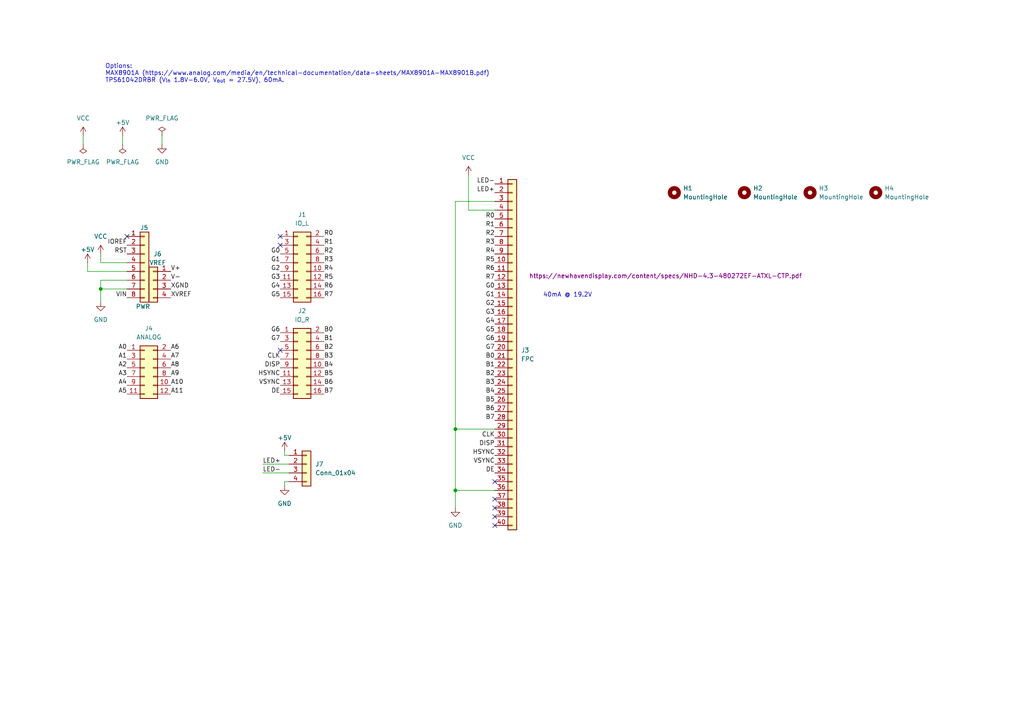
<source format=kicad_sch>
(kicad_sch (version 20230121) (generator eeschema)
  (paper "A4")
  (lib_symbols
    (symbol "Connector_Generic:Conn_01x04" (pin_names (offset 1.016) hide)
      (property "Reference" "J" (at 0 5.08 0))
      (property "Value" "Conn_01x04" (at 0 -7.62 0))
      (symbol "Conn_01x04_1_1"
        (rectangle (start -1.27 -4.953) (end 0 -5.207) (stroke (width 0.1524)))
        (rectangle (start -1.27 -2.413) (end 0 -2.667) (stroke (width 0.1524)))
        (rectangle (start -1.27 0.127) (end 0 -0.127) (stroke (width 0.1524)))
        (rectangle (start -1.27 2.667) (end 0 2.413) (stroke (width 0.1524)))
        (rectangle (start -1.27 3.81) (end 1.27 -6.35) (stroke (width 0.254)) (fill (type background)))
        (pin passive line (at -5.08 2.54 0) (length 3.81) (name "Pin_1") (number "1"))
        (pin passive line (at -5.08 0 0) (length 3.81) (name "Pin_2") (number "2"))
        (pin passive line (at -5.08 -2.54 0) (length 3.81) (name "Pin_3") (number "3"))
        (pin passive line (at -5.08 -5.08 0) (length 3.81) (name "Pin_4") (number "4"))
      )
    )
    (symbol "Connector_Generic:Conn_01x08" (pin_names (offset 1.016) hide)
      (property "Reference" "J" (at 0 10.16 0))
      (property "Value" "Conn_01x08" (at 0 -12.7 0))
      (symbol "Conn_01x08_1_1"
        (rectangle (start -1.27 -10.033) (end 0 -10.287) (stroke (width 0.1524)))
        (rectangle (start -1.27 -7.493) (end 0 -7.747) (stroke (width 0.1524)))
        (rectangle (start -1.27 -4.953) (end 0 -5.207) (stroke (width 0.1524)))
        (rectangle (start -1.27 -2.413) (end 0 -2.667) (stroke (width 0.1524)))
        (rectangle (start -1.27 0.127) (end 0 -0.127) (stroke (width 0.1524)))
        (rectangle (start -1.27 2.667) (end 0 2.413) (stroke (width 0.1524)))
        (rectangle (start -1.27 5.207) (end 0 4.953) (stroke (width 0.1524)))
        (rectangle (start -1.27 7.747) (end 0 7.493) (stroke (width 0.1524)))
        (rectangle (start -1.27 8.89) (end 1.27 -11.43) (stroke (width 0.254)) (fill (type background)))
        (pin passive line (at -5.08 7.62 0) (length 3.81) (name "Pin_1") (number "1"))
        (pin passive line (at -5.08 5.08 0) (length 3.81) (name "Pin_2") (number "2"))
        (pin passive line (at -5.08 2.54 0) (length 3.81) (name "Pin_3") (number "3"))
        (pin passive line (at -5.08 0 0) (length 3.81) (name "Pin_4") (number "4"))
        (pin passive line (at -5.08 -2.54 0) (length 3.81) (name "Pin_5") (number "5"))
        (pin passive line (at -5.08 -5.08 0) (length 3.81) (name "Pin_6") (number "6"))
        (pin passive line (at -5.08 -7.62 0) (length 3.81) (name "Pin_7") (number "7"))
        (pin passive line (at -5.08 -10.16 0) (length 3.81) (name "Pin_8") (number "8"))
      )
    )
    (symbol "Connector_Generic:Conn_01x40" (pin_names (offset 1.016) hide)
      (property "Reference" "J" (at 0 50.8 0))
      (property "Value" "Conn_01x40" (at 0 -53.34 0))
      (symbol "Conn_01x40_1_1"
        (rectangle (start -1.27 -50.673) (end 0 -50.927) (stroke (width 0.1524)))
        (rectangle (start -1.27 -48.133) (end 0 -48.387) (stroke (width 0.1524)))
        (rectangle (start -1.27 -45.593) (end 0 -45.847) (stroke (width 0.1524)))
        (rectangle (start -1.27 -43.053) (end 0 -43.307) (stroke (width 0.1524)))
        (rectangle (start -1.27 -40.513) (end 0 -40.767) (stroke (width 0.1524)))
        (rectangle (start -1.27 -37.973) (end 0 -38.227) (stroke (width 0.1524)))
        (rectangle (start -1.27 -35.433) (end 0 -35.687) (stroke (width 0.1524)))
        (rectangle (start -1.27 -32.893) (end 0 -33.147) (stroke (width 0.1524)))
        (rectangle (start -1.27 -30.353) (end 0 -30.607) (stroke (width 0.1524)))
        (rectangle (start -1.27 -27.813) (end 0 -28.067) (stroke (width 0.1524)))
        (rectangle (start -1.27 -25.273) (end 0 -25.527) (stroke (width 0.1524)))
        (rectangle (start -1.27 -22.733) (end 0 -22.987) (stroke (width 0.1524)))
        (rectangle (start -1.27 -20.193) (end 0 -20.447) (stroke (width 0.1524)))
        (rectangle (start -1.27 -17.653) (end 0 -17.907) (stroke (width 0.1524)))
        (rectangle (start -1.27 -15.113) (end 0 -15.367) (stroke (width 0.1524)))
        (rectangle (start -1.27 -12.573) (end 0 -12.827) (stroke (width 0.1524)))
        (rectangle (start -1.27 -10.033) (end 0 -10.287) (stroke (width 0.1524)))
        (rectangle (start -1.27 -7.493) (end 0 -7.747) (stroke (width 0.1524)))
        (rectangle (start -1.27 -4.953) (end 0 -5.207) (stroke (width 0.1524)))
        (rectangle (start -1.27 -2.413) (end 0 -2.667) (stroke (width 0.1524)))
        (rectangle (start -1.27 0.127) (end 0 -0.127) (stroke (width 0.1524)))
        (rectangle (start -1.27 2.667) (end 0 2.413) (stroke (width 0.1524)))
        (rectangle (start -1.27 5.207) (end 0 4.953) (stroke (width 0.1524)))
        (rectangle (start -1.27 7.747) (end 0 7.493) (stroke (width 0.1524)))
        (rectangle (start -1.27 10.287) (end 0 10.033) (stroke (width 0.1524)))
        (rectangle (start -1.27 12.827) (end 0 12.573) (stroke (width 0.1524)))
        (rectangle (start -1.27 15.367) (end 0 15.113) (stroke (width 0.1524)))
        (rectangle (start -1.27 17.907) (end 0 17.653) (stroke (width 0.1524)))
        (rectangle (start -1.27 20.447) (end 0 20.193) (stroke (width 0.1524)))
        (rectangle (start -1.27 22.987) (end 0 22.733) (stroke (width 0.1524)))
        (rectangle (start -1.27 25.527) (end 0 25.273) (stroke (width 0.1524)))
        (rectangle (start -1.27 28.067) (end 0 27.813) (stroke (width 0.1524)))
        (rectangle (start -1.27 30.607) (end 0 30.353) (stroke (width 0.1524)))
        (rectangle (start -1.27 33.147) (end 0 32.893) (stroke (width 0.1524)))
        (rectangle (start -1.27 35.687) (end 0 35.433) (stroke (width 0.1524)))
        (rectangle (start -1.27 38.227) (end 0 37.973) (stroke (width 0.1524)))
        (rectangle (start -1.27 40.767) (end 0 40.513) (stroke (width 0.1524)))
        (rectangle (start -1.27 43.307) (end 0 43.053) (stroke (width 0.1524)))
        (rectangle (start -1.27 45.847) (end 0 45.593) (stroke (width 0.1524)))
        (rectangle (start -1.27 48.387) (end 0 48.133) (stroke (width 0.1524)))
        (rectangle (start -1.27 49.53) (end 1.27 -52.07) (stroke (width 0.254)) (fill (type background)))
        (pin passive line (at -5.08 48.26 0) (length 3.81) (name "Pin_1") (number "1"))
        (pin passive line (at -5.08 25.4 0) (length 3.81) (name "Pin_10") (number "10"))
        (pin passive line (at -5.08 22.86 0) (length 3.81) (name "Pin_11") (number "11"))
        (pin passive line (at -5.08 20.32 0) (length 3.81) (name "Pin_12") (number "12"))
        (pin passive line (at -5.08 17.78 0) (length 3.81) (name "Pin_13") (number "13"))
        (pin passive line (at -5.08 15.24 0) (length 3.81) (name "Pin_14") (number "14"))
        (pin passive line (at -5.08 12.7 0) (length 3.81) (name "Pin_15") (number "15"))
        (pin passive line (at -5.08 10.16 0) (length 3.81) (name "Pin_16") (number "16"))
        (pin passive line (at -5.08 7.62 0) (length 3.81) (name "Pin_17") (number "17"))
        (pin passive line (at -5.08 5.08 0) (length 3.81) (name "Pin_18") (number "18"))
        (pin passive line (at -5.08 2.54 0) (length 3.81) (name "Pin_19") (number "19"))
        (pin passive line (at -5.08 45.72 0) (length 3.81) (name "Pin_2") (number "2"))
        (pin passive line (at -5.08 0 0) (length 3.81) (name "Pin_20") (number "20"))
        (pin passive line (at -5.08 -2.54 0) (length 3.81) (name "Pin_21") (number "21"))
        (pin passive line (at -5.08 -5.08 0) (length 3.81) (name "Pin_22") (number "22"))
        (pin passive line (at -5.08 -7.62 0) (length 3.81) (name "Pin_23") (number "23"))
        (pin passive line (at -5.08 -10.16 0) (length 3.81) (name "Pin_24") (number "24"))
        (pin passive line (at -5.08 -12.7 0) (length 3.81) (name "Pin_25") (number "25"))
        (pin passive line (at -5.08 -15.24 0) (length 3.81) (name "Pin_26") (number "26"))
        (pin passive line (at -5.08 -17.78 0) (length 3.81) (name "Pin_27") (number "27"))
        (pin passive line (at -5.08 -20.32 0) (length 3.81) (name "Pin_28") (number "28"))
        (pin passive line (at -5.08 -22.86 0) (length 3.81) (name "Pin_29") (number "29"))
        (pin passive line (at -5.08 43.18 0) (length 3.81) (name "Pin_3") (number "3"))
        (pin passive line (at -5.08 -25.4 0) (length 3.81) (name "Pin_30") (number "30"))
        (pin passive line (at -5.08 -27.94 0) (length 3.81) (name "Pin_31") (number "31"))
        (pin passive line (at -5.08 -30.48 0) (length 3.81) (name "Pin_32") (number "32"))
        (pin passive line (at -5.08 -33.02 0) (length 3.81) (name "Pin_33") (number "33"))
        (pin passive line (at -5.08 -35.56 0) (length 3.81) (name "Pin_34") (number "34"))
        (pin passive line (at -5.08 -38.1 0) (length 3.81) (name "Pin_35") (number "35"))
        (pin passive line (at -5.08 -40.64 0) (length 3.81) (name "Pin_36") (number "36"))
        (pin passive line (at -5.08 -43.18 0) (length 3.81) (name "Pin_37") (number "37"))
        (pin passive line (at -5.08 -45.72 0) (length 3.81) (name "Pin_38") (number "38"))
        (pin passive line (at -5.08 -48.26 0) (length 3.81) (name "Pin_39") (number "39"))
        (pin passive line (at -5.08 40.64 0) (length 3.81) (name "Pin_4") (number "4"))
        (pin passive line (at -5.08 -50.8 0) (length 3.81) (name "Pin_40") (number "40"))
        (pin passive line (at -5.08 38.1 0) (length 3.81) (name "Pin_5") (number "5"))
        (pin passive line (at -5.08 35.56 0) (length 3.81) (name "Pin_6") (number "6"))
        (pin passive line (at -5.08 33.02 0) (length 3.81) (name "Pin_7") (number "7"))
        (pin passive line (at -5.08 30.48 0) (length 3.81) (name "Pin_8") (number "8"))
        (pin passive line (at -5.08 27.94 0) (length 3.81) (name "Pin_9") (number "9"))
      )
    )
    (symbol "Connector_Generic:Conn_02x06_Odd_Even" (pin_names (offset 1.016) hide)
      (property "Reference" "J" (at 1.27 7.62 0))
      (property "Value" "Conn_02x06_Odd_Even" (at 1.27 -10.16 0))
      (symbol "Conn_02x06_Odd_Even_1_1"
        (rectangle (start -1.27 -7.493) (end 0 -7.747) (stroke (width 0.1524)))
        (rectangle (start -1.27 -4.953) (end 0 -5.207) (stroke (width 0.1524)))
        (rectangle (start -1.27 -2.413) (end 0 -2.667) (stroke (width 0.1524)))
        (rectangle (start -1.27 0.127) (end 0 -0.127) (stroke (width 0.1524)))
        (rectangle (start -1.27 2.667) (end 0 2.413) (stroke (width 0.1524)))
        (rectangle (start -1.27 5.207) (end 0 4.953) (stroke (width 0.1524)))
        (rectangle (start -1.27 6.35) (end 3.81 -8.89) (stroke (width 0.254)) (fill (type background)))
        (rectangle (start 3.81 -7.493) (end 2.54 -7.747) (stroke (width 0.1524)))
        (rectangle (start 3.81 -4.953) (end 2.54 -5.207) (stroke (width 0.1524)))
        (rectangle (start 3.81 -2.413) (end 2.54 -2.667) (stroke (width 0.1524)))
        (rectangle (start 3.81 0.127) (end 2.54 -0.127) (stroke (width 0.1524)))
        (rectangle (start 3.81 2.667) (end 2.54 2.413) (stroke (width 0.1524)))
        (rectangle (start 3.81 5.207) (end 2.54 4.953) (stroke (width 0.1524)))
        (pin passive line (at -5.08 5.08 0) (length 3.81) (name "Pin_1") (number "1"))
        (pin passive line (at 7.62 -5.08 180) (length 3.81) (name "Pin_10") (number "10"))
        (pin passive line (at -5.08 -7.62 0) (length 3.81) (name "Pin_11") (number "11"))
        (pin passive line (at 7.62 -7.62 180) (length 3.81) (name "Pin_12") (number "12"))
        (pin passive line (at 7.62 5.08 180) (length 3.81) (name "Pin_2") (number "2"))
        (pin passive line (at -5.08 2.54 0) (length 3.81) (name "Pin_3") (number "3"))
        (pin passive line (at 7.62 2.54 180) (length 3.81) (name "Pin_4") (number "4"))
        (pin passive line (at -5.08 0 0) (length 3.81) (name "Pin_5") (number "5"))
        (pin passive line (at 7.62 0 180) (length 3.81) (name "Pin_6") (number "6"))
        (pin passive line (at -5.08 -2.54 0) (length 3.81) (name "Pin_7") (number "7"))
        (pin passive line (at 7.62 -2.54 180) (length 3.81) (name "Pin_8") (number "8"))
        (pin passive line (at -5.08 -5.08 0) (length 3.81) (name "Pin_9") (number "9"))
      )
    )
    (symbol "Connector_Generic:Conn_02x08_Odd_Even" (pin_names (offset 1.016) hide)
      (property "Reference" "J" (at 1.27 10.16 0))
      (property "Value" "Conn_02x08_Odd_Even" (at 1.27 -12.7 0))
      (symbol "Conn_02x08_Odd_Even_1_1"
        (rectangle (start -1.27 -10.033) (end 0 -10.287) (stroke (width 0.1524)))
        (rectangle (start -1.27 -7.493) (end 0 -7.747) (stroke (width 0.1524)))
        (rectangle (start -1.27 -4.953) (end 0 -5.207) (stroke (width 0.1524)))
        (rectangle (start -1.27 -2.413) (end 0 -2.667) (stroke (width 0.1524)))
        (rectangle (start -1.27 0.127) (end 0 -0.127) (stroke (width 0.1524)))
        (rectangle (start -1.27 2.667) (end 0 2.413) (stroke (width 0.1524)))
        (rectangle (start -1.27 5.207) (end 0 4.953) (stroke (width 0.1524)))
        (rectangle (start -1.27 7.747) (end 0 7.493) (stroke (width 0.1524)))
        (rectangle (start -1.27 8.89) (end 3.81 -11.43) (stroke (width 0.254)) (fill (type background)))
        (rectangle (start 3.81 -10.033) (end 2.54 -10.287) (stroke (width 0.1524)))
        (rectangle (start 3.81 -7.493) (end 2.54 -7.747) (stroke (width 0.1524)))
        (rectangle (start 3.81 -4.953) (end 2.54 -5.207) (stroke (width 0.1524)))
        (rectangle (start 3.81 -2.413) (end 2.54 -2.667) (stroke (width 0.1524)))
        (rectangle (start 3.81 0.127) (end 2.54 -0.127) (stroke (width 0.1524)))
        (rectangle (start 3.81 2.667) (end 2.54 2.413) (stroke (width 0.1524)))
        (rectangle (start 3.81 5.207) (end 2.54 4.953) (stroke (width 0.1524)))
        (rectangle (start 3.81 7.747) (end 2.54 7.493) (stroke (width 0.1524)))
        (pin passive line (at -5.08 7.62 0) (length 3.81) (name "Pin_1") (number "1"))
        (pin passive line (at 7.62 -2.54 180) (length 3.81) (name "Pin_10") (number "10"))
        (pin passive line (at -5.08 -5.08 0) (length 3.81) (name "Pin_11") (number "11"))
        (pin passive line (at 7.62 -5.08 180) (length 3.81) (name "Pin_12") (number "12"))
        (pin passive line (at -5.08 -7.62 0) (length 3.81) (name "Pin_13") (number "13"))
        (pin passive line (at 7.62 -7.62 180) (length 3.81) (name "Pin_14") (number "14"))
        (pin passive line (at -5.08 -10.16 0) (length 3.81) (name "Pin_15") (number "15"))
        (pin passive line (at 7.62 -10.16 180) (length 3.81) (name "Pin_16") (number "16"))
        (pin passive line (at 7.62 7.62 180) (length 3.81) (name "Pin_2") (number "2"))
        (pin passive line (at -5.08 5.08 0) (length 3.81) (name "Pin_3") (number "3"))
        (pin passive line (at 7.62 5.08 180) (length 3.81) (name "Pin_4") (number "4"))
        (pin passive line (at -5.08 2.54 0) (length 3.81) (name "Pin_5") (number "5"))
        (pin passive line (at 7.62 2.54 180) (length 3.81) (name "Pin_6") (number "6"))
        (pin passive line (at -5.08 0 0) (length 3.81) (name "Pin_7") (number "7"))
        (pin passive line (at 7.62 0 180) (length 3.81) (name "Pin_8") (number "8"))
        (pin passive line (at -5.08 -2.54 0) (length 3.81) (name "Pin_9") (number "9"))
      )
    )
    (symbol "Mechanical:MountingHole" (pin_names (offset 1.016))
      (property "Reference" "H" (at 0 5.08 0))
      (property "Value" "MountingHole" (at 0 3.175 0))
      (symbol "MountingHole_0_1"
        (circle (center 0 0) (radius 1.27) (stroke (width 1.27)))
      )
    )
    (symbol "power:+5V" (power) (pin_names (offset 0))
      (property "Value" "+5V" (at 0 3.556 0))
      (symbol "+5V_0_1"
        (polyline (pts (xy -0.762 1.27) (xy 0 2.54)))
        (polyline (pts (xy 0 0) (xy 0 2.54)))
        (polyline (pts (xy 0 2.54) (xy 0.762 1.27)))
      )
      (symbol "+5V_1_1"
        (pin power_in line (at 0 0 90) (length 0) hide (name "+5V") (number "1"))
      )
    )
    (symbol "power:GND" (power) (pin_names (offset 0))
      (property "Value" "GND" (at 0 -3.81 0))
      (symbol "GND_0_1"
        (polyline (pts (xy 0 0) (xy 0 -1.27) (xy 1.27 -1.27) (xy 0 -2.54) (xy -1.27 -1.27) (xy 0 -1.27)))
      )
      (symbol "GND_1_1"
        (pin power_in line (at 0 0 270) (length 0) hide (name "GND") (number "1"))
      )
    )
    (symbol "power:PWR_FLAG" (power) (pin_numbers hide) (pin_names (offset 0) hide)
      (property "Value" "PWR_FLAG" (at 0 3.81 0))
      (symbol "PWR_FLAG_0_0"
        (pin power_out line (at 0 0 90) (length 0) (name "pwr") (number "1"))
      )
      (symbol "PWR_FLAG_0_1"
        (polyline (pts (xy 0 0) (xy 0 1.27) (xy -1.016 1.905) (xy 0 2.54) (xy 1.016 1.905) (xy 0 1.27)))
      )
    )
    (symbol "power:VCC" (power) (pin_names (offset 0))
      (property "Value" "VCC" (at 0 3.81 0))
      (symbol "VCC_0_1"
        (polyline (pts (xy -0.762 1.27) (xy 0 2.54)))
        (polyline (pts (xy 0 0) (xy 0 2.54)))
        (polyline (pts (xy 0 2.54) (xy 0.762 1.27)))
      )
      (symbol "VCC_1_1"
        (pin power_in line (at 0 0 90) (length 0) hide (name "VCC") (number "1"))
      )
    )
  )
  (junction (at 132.08 142.24))
  (junction (at 132.08 124.46))
  (junction (at 29.21 83.82))
  (no_connect (at 81.28 68.58))
  (no_connect (at 143.51 147.32))
  (no_connect (at 143.51 139.7))
  (no_connect (at 143.51 149.86))
  (no_connect (at 143.51 144.78))
  (no_connect (at 81.28 71.12))
  (no_connect (at 143.51 152.4))
  (no_connect (at 36.83 68.58))
  (no_connect (at 81.28 101.6))
  (wire (pts (xy 46.99 39.37) (xy 46.99 41.91)))
  (wire (pts (xy 36.83 81.28) (xy 29.21 81.28)))
  (wire (pts (xy 132.08 142.24) (xy 143.51 142.24)))
  (wire (pts (xy 35.56 39.37) (xy 35.56 41.91)))
  (wire (pts (xy 82.55 140.97) (xy 82.55 139.7)))
  (wire (pts (xy 29.21 83.82) (xy 36.83 83.82)))
  (wire (pts (xy 132.08 142.24) (xy 132.08 147.32)))
  (wire (pts (xy 83.82 132.08) (xy 82.55 132.08)))
  (wire (pts (xy 36.83 76.2) (xy 29.21 76.2)))
  (wire (pts (xy 25.4 76.2) (xy 25.4 78.74)))
  (wire (pts (xy 36.83 78.74) (xy 25.4 78.74)))
  (wire (pts (xy 29.21 81.28) (xy 29.21 83.82)))
  (wire (pts (xy 132.08 58.42) (xy 132.08 124.46)))
  (wire (pts (xy 132.08 58.42) (xy 143.51 58.42)))
  (wire (pts (xy 76.2 137.16) (xy 83.82 137.16)))
  (wire (pts (xy 135.89 50.8) (xy 135.89 60.96)))
  (wire (pts (xy 29.21 83.82) (xy 29.21 87.63)))
  (wire (pts (xy 24.13 39.37) (xy 24.13 41.91)))
  (wire (pts (xy 29.21 73.66) (xy 29.21 76.2)))
  (wire (pts (xy 82.55 139.7) (xy 83.82 139.7)))
  (wire (pts (xy 132.08 124.46) (xy 132.08 142.24)))
  (wire (pts (xy 132.08 124.46) (xy 143.51 124.46)))
  (wire (pts (xy 143.51 60.96) (xy 135.89 60.96)))
  (wire (pts (xy 76.2 134.62) (xy 83.82 134.62)))
  (wire (pts (xy 82.55 130.81) (xy 82.55 132.08)))
  (text "Options:\nMAX8901A (https://www.analog.com/media/en/technical-documentation/data-sheets/MAX8901A-MAX8901B.pdf)\nTPS61042DRBR (V_{in} 1.8V-6.0V, V_{out} = 27.5V), 60mA." (at 30.48 24.13 0) (effects (font (size 1.27 1.27)) (justify left bottom)))
  (text "40mA @ 19.2V\n" (at 157.48 86.36 0) (effects (font (size 1.27 1.27)) (justify left bottom)))
  (label "HSYNC" (at 143.51 132.08 180))
  (label "A5" (at 36.83 114.3 180))
  (label "G4" (at 81.28 83.82 180))
  (label "G3" (at 143.51 91.44 180))
  (label "R7" (at 143.51 81.28 180))
  (label "RST" (at 36.83 73.66 180))
  (label "A9" (at 49.53 109.22 0))
  (label "G0" (at 81.28 73.66 180))
  (label "B6" (at 93.98 111.76 0))
  (label "R6" (at 93.98 83.82 0))
  (label "B3" (at 93.98 104.14 0))
  (label "G7" (at 143.51 101.6 180))
  (label "G3" (at 81.28 81.28 180))
  (label "A4" (at 36.83 111.76 180))
  (label "LED+" (at 76.2 134.62 0))
  (label "XVREF" (at 49.53 86.36 0))
  (label "B0" (at 143.51 104.14 180))
  (label "LED-" (at 143.51 53.34 180))
  (label "XGND" (at 49.53 83.82 0))
  (label "G1" (at 81.28 76.2 180))
  (label "B7" (at 143.51 121.92 180))
  (label "A2" (at 36.83 106.68 180))
  (label "R3" (at 143.51 71.12 180))
  (label "A8" (at 49.53 106.68 0))
  (label "G2" (at 143.51 88.9 180))
  (label "LED-" (at 76.2 137.16 0))
  (label "B1" (at 93.98 99.06 0))
  (label "B3" (at 143.51 111.76 180))
  (label "V-" (at 49.53 81.28 0))
  (label "DISP" (at 143.51 129.54 180))
  (label "CLK" (at 81.28 104.14 180))
  (label "R1" (at 93.98 71.12 0))
  (label "R4" (at 93.98 78.74 0))
  (label "CLK" (at 143.51 127 180))
  (label "A6" (at 49.53 101.6 0))
  (label "R4" (at 143.51 73.66 180))
  (label "R2" (at 143.51 68.58 180))
  (label "V+" (at 49.53 78.74 0))
  (label "HSYNC" (at 81.28 109.22 180))
  (label "G1" (at 143.51 86.36 180))
  (label "DE" (at 143.51 137.16 180))
  (label "B1" (at 143.51 106.68 180))
  (label "R0" (at 143.51 63.5 180))
  (label "G0" (at 143.51 83.82 180))
  (label "A10" (at 49.53 111.76 0))
  (label "G4" (at 143.51 93.98 180))
  (label "A11" (at 49.53 114.3 0))
  (label "G6" (at 143.51 99.06 180))
  (label "R3" (at 93.98 76.2 0))
  (label "VSYNC" (at 143.51 134.62 180))
  (label "G7" (at 81.28 99.06 180))
  (label "DE" (at 81.28 114.3 180))
  (label "IOREF" (at 36.83 71.12 180))
  (label "R2" (at 93.98 73.66 0))
  (label "DISP" (at 81.28 106.68 180))
  (label "B0" (at 93.98 96.52 0))
  (label "B5" (at 143.51 116.84 180))
  (label "R0" (at 93.98 68.58 0))
  (label "B6" (at 143.51 119.38 180))
  (label "G5" (at 143.51 96.52 180))
  (label "B4" (at 93.98 106.68 0))
  (label "B4" (at 143.51 114.3 180))
  (label "LED+" (at 143.51 55.88 180))
  (label "B2" (at 93.98 101.6 0))
  (label "B5" (at 93.98 109.22 0))
  (label "R7" (at 93.98 86.36 0))
  (label "R5" (at 93.98 81.28 0))
  (label "VSYNC" (at 81.28 111.76 180))
  (label "B7" (at 93.98 114.3 0))
  (label "R1" (at 143.51 66.04 180))
  (label "G2" (at 81.28 78.74 180))
  (label "G5" (at 81.28 86.36 180))
  (label "A0" (at 36.83 101.6 180))
  (label "A1" (at 36.83 104.14 180))
  (label "A7" (at 49.53 104.14 0))
  (label "R5" (at 143.51 76.2 180))
  (label "G6" (at 81.28 96.52 180))
  (label "R6" (at 143.51 78.74 180))
  (label "VIN" (at 36.83 86.36 180))
  (label "B2" (at 143.51 109.22 180))
  (label "A3" (at 36.83 109.22 180))
  (symbol (lib_id "power:+5V") (at 82.55 130.81 0) (unit 1)
    (property "Reference" "#PWR010" (effects hide))
    (property "Value" "+5V" (at 82.55 127 0))
  )
  (symbol (lib_id "Connector_Generic:Conn_02x08_Odd_Even") (at 86.36 76.2 0) (unit 1)
    (property "Reference" "J1" (at 87.63 62.23 0))
    (property "Value" "IO_L" (at 87.63 64.77 0))
    (property "Footprint" "Connector_PinHeader_2.54mm:PinHeader_2x08_P2.54mm_Vertical" (effects hide))
  )
  (symbol (lib_id "power:+5V") (at 25.4 76.2 0) (unit 1)
    (property "Reference" "#PWR05" (effects hide))
    (property "Value" "+5V" (at 25.4 72.39 0))
  )
  (symbol (lib_id "Mechanical:MountingHole") (at 234.95 55.88 0) (unit 1)
    (property "Reference" "H3" (at 237.49 54.61 0) (effects (justify left)))
    (property "Value" "MountingHole" (at 237.49 57.15 0) (effects (justify left)))
    (property "Footprint" "MountingHole:MountingHole_3.5mm" (effects hide))
  )
  (symbol (lib_id "Mechanical:MountingHole") (at 254 55.88 0) (unit 1)
    (property "Reference" "H4" (at 256.54 54.61 0) (effects (justify left)))
    (property "Value" "MountingHole" (at 256.54 57.15 0) (effects (justify left)))
    (property "Footprint" "MountingHole:MountingHole_3.5mm" (effects hide))
  )
  (symbol (lib_id "Mechanical:MountingHole") (at 215.9 55.88 0) (unit 1)
    (property "Reference" "H2" (at 218.44 54.61 0) (effects (justify left)))
    (property "Value" "MountingHole" (at 218.44 57.15 0) (effects (justify left)))
    (property "Footprint" "MountingHole:MountingHole_3.5mm" (effects hide))
  )
  (symbol (lib_id "Connector_Generic:Conn_01x04") (at 44.45 81.28 0) (mirror y) (unit 1)
    (property "Reference" "J6" (at 45.72 73.66 0))
    (property "Value" "VREF" (at 45.72 76.2 0))
    (property "Footprint" "Connector_PinHeader_2.54mm:PinHeader_1x04_P2.54mm_Vertical" (effects hide))
  )
  (symbol (lib_id "power:PWR_FLAG") (at 35.56 41.91 180) (unit 1)
    (property "Reference" "#FLG02" (effects hide))
    (property "Value" "PWR_FLAG" (at 35.56 46.99 0))
  )
  (symbol (lib_id "power:VCC") (at 29.21 73.66 0) (unit 1)
    (property "Reference" "#PWR04" (effects hide))
    (property "Value" "VCC" (at 29.21 68.58 0))
  )
  (symbol (lib_id "power:GND") (at 29.21 87.63 0) (unit 1)
    (property "Reference" "#PWR03" (effects hide))
    (property "Value" "GND" (at 29.21 92.71 0))
  )
  (symbol (lib_id "Connector_Generic:Conn_02x06_Odd_Even") (at 41.91 106.68 0) (unit 1)
    (property "Reference" "J4" (at 43.18 95.25 0))
    (property "Value" "ANALOG" (at 43.18 97.79 0))
    (property "Footprint" "Connector_PinHeader_2.54mm:PinHeader_2x06_P2.54mm_Vertical" (effects hide))
  )
  (symbol (lib_id "Connector_Generic:Conn_01x04") (at 88.9 134.62 0) (unit 1)
    (property "Reference" "J7" (at 91.44 134.62 0) (effects (justify left)))
    (property "Value" "Conn_01x04" (at 91.44 137.16 0) (effects (justify left)))
    (property "Footprint" "Connector_PinHeader_2.54mm:PinHeader_1x04_P2.54mm_Horizontal" (effects hide))
  )
  (symbol (lib_id "power:GND") (at 82.55 140.97 0) (unit 1)
    (property "Reference" "#PWR09" (effects hide))
    (property "Value" "GND" (at 82.55 146.05 0))
  )
  (symbol (lib_id "power:GND") (at 46.99 41.91 0) (unit 1)
    (property "Reference" "#PWR08" (effects hide))
    (property "Value" "GND" (at 46.99 46.99 0))
  )
  (symbol (lib_id "power:PWR_FLAG") (at 24.13 41.91 180) (unit 1)
    (property "Reference" "#FLG01" (effects hide))
    (property "Value" "PWR_FLAG" (at 24.13 46.99 0))
  )
  (symbol (lib_id "Connector_Generic:Conn_01x08") (at 41.91 76.2 0) (unit 1)
    (property "Reference" "J5" (at 40.64 66.04 0) (effects (justify left)))
    (property "Value" "PWR" (at 39.37 88.9 0) (effects (justify left)))
    (property "Footprint" "Connector_PinHeader_2.54mm:PinHeader_1x08_P2.54mm_Vertical" (effects hide))
  )
  (symbol (lib_id "Connector_Generic:Conn_01x40") (at 148.59 101.6 0) (unit 1)
    (property "Reference" "J3" (at 151.13 101.6 0) (effects (justify left)))
    (property "Value" "FPC" (at 151.13 104.14 0) (effects (justify left)))
    (property "Footprint" "Engstad:Molex_FPC_51296-4094_40Pin_0.5mm" (effects hide))
    (property "Datasheet" "https://newhavendisplay.com/content/specs/NHD-4.3-480272EF-ATXL-CTP.pdf" (at 193.04 80.01 0))
  )
  (symbol (lib_id "power:+5V") (at 35.56 39.37 0) (unit 1)
    (property "Reference" "#PWR07" (effects hide))
    (property "Value" "+5V" (at 35.56 35.56 0))
  )
  (symbol (lib_id "power:PWR_FLAG") (at 46.99 39.37 0) (unit 1)
    (property "Reference" "#FLG03" (effects hide))
    (property "Value" "PWR_FLAG" (at 46.99 34.29 0))
  )
  (symbol (lib_id "Mechanical:MountingHole") (at 195.58 55.88 0) (unit 1)
    (property "Reference" "H1" (at 198.12 54.61 0) (effects (justify left)))
    (property "Value" "MountingHole" (at 198.12 57.15 0) (effects (justify left)))
    (property "Footprint" "MountingHole:MountingHole_3.5mm" (effects hide))
  )
  (symbol (lib_id "power:VCC") (at 24.13 39.37 0) (unit 1)
    (property "Reference" "#PWR06" (effects hide))
    (property "Value" "VCC" (at 24.13 34.29 0))
  )
  (symbol (lib_id "Connector_Generic:Conn_02x08_Odd_Even") (at 86.36 104.14 0) (unit 1)
    (property "Reference" "J2" (at 87.63 90.17 0))
    (property "Value" "IO_R" (at 87.63 92.71 0))
    (property "Footprint" "Connector_PinHeader_2.54mm:PinHeader_2x08_P2.54mm_Vertical" (effects hide))
  )
  (symbol (lib_id "power:GND") (at 132.08 147.32 0) (unit 1)
    (property "Reference" "#PWR01" (effects hide))
    (property "Value" "GND" (at 132.08 152.4 0))
  )
  (symbol (lib_id "power:VCC") (at 135.89 50.8 0) (unit 1)
    (property "Reference" "#PWR02" (effects hide))
    (property "Value" "VCC" (at 135.89 45.72 0))
  )
)
</source>
